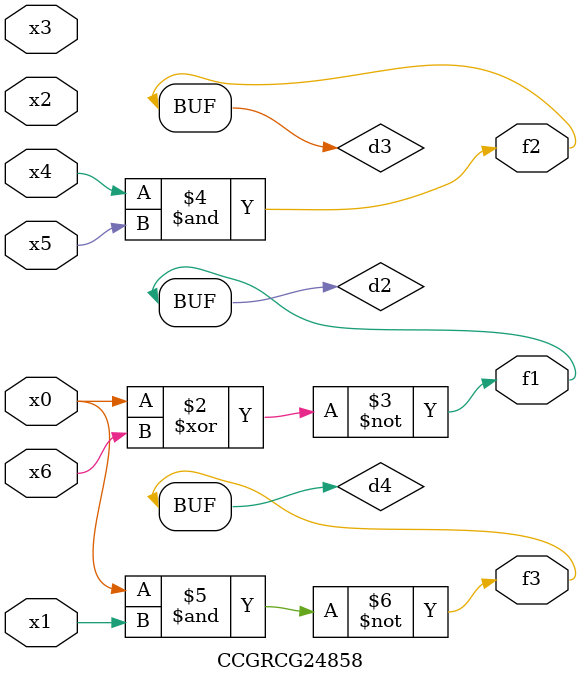
<source format=v>
module CCGRCG24858(
	input x0, x1, x2, x3, x4, x5, x6,
	output f1, f2, f3
);

	wire d1, d2, d3, d4;

	nor (d1, x0);
	xnor (d2, x0, x6);
	and (d3, x4, x5);
	nand (d4, x0, x1);
	assign f1 = d2;
	assign f2 = d3;
	assign f3 = d4;
endmodule

</source>
